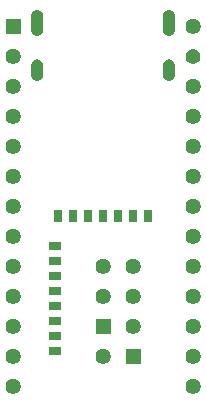
<source format=gbs>
G04 #@! TF.GenerationSoftware,KiCad,Pcbnew,(5.1.6)-1*
G04 #@! TF.CreationDate,2020-09-30T08:51:05+08:00*
G04 #@! TF.ProjectId,nrfmicro,6e72666d-6963-4726-9f2e-6b696361645f,rev?*
G04 #@! TF.SameCoordinates,Original*
G04 #@! TF.FileFunction,Soldermask,Bot*
G04 #@! TF.FilePolarity,Negative*
%FSLAX46Y46*%
G04 Gerber Fmt 4.6, Leading zero omitted, Abs format (unit mm)*
G04 Created by KiCad (PCBNEW (5.1.6)-1) date 2020-09-30 08:51:05*
%MOMM*%
%LPD*%
G01*
G04 APERTURE LIST*
%ADD10C,0.100000*%
G04 APERTURE END LIST*
D10*
G36*
X35526823Y-49869403D02*
G01*
X35584604Y-49893337D01*
X35642386Y-49917271D01*
X35746386Y-49986761D01*
X35834839Y-50075214D01*
X35904329Y-50179214D01*
X35952197Y-50294778D01*
X35976600Y-50417459D01*
X35976600Y-50542541D01*
X35952197Y-50665222D01*
X35904329Y-50780786D01*
X35834839Y-50884786D01*
X35746386Y-50973239D01*
X35642386Y-51042729D01*
X35584604Y-51066663D01*
X35526823Y-51090597D01*
X35404142Y-51115000D01*
X35279058Y-51115000D01*
X35156377Y-51090597D01*
X35098596Y-51066663D01*
X35040814Y-51042729D01*
X34936814Y-50973239D01*
X34848361Y-50884786D01*
X34778871Y-50780786D01*
X34731003Y-50665222D01*
X34706600Y-50542541D01*
X34706600Y-50417459D01*
X34731003Y-50294778D01*
X34778871Y-50179214D01*
X34848361Y-50075214D01*
X34936814Y-49986761D01*
X35040814Y-49917271D01*
X35098596Y-49893337D01*
X35156377Y-49869403D01*
X35279058Y-49845000D01*
X35404142Y-49845000D01*
X35526823Y-49869403D01*
G37*
G36*
X20286823Y-49869403D02*
G01*
X20344604Y-49893337D01*
X20402386Y-49917271D01*
X20506386Y-49986761D01*
X20594839Y-50075214D01*
X20664329Y-50179214D01*
X20712197Y-50294778D01*
X20736600Y-50417459D01*
X20736600Y-50542541D01*
X20712197Y-50665222D01*
X20664329Y-50780786D01*
X20594839Y-50884786D01*
X20506386Y-50973239D01*
X20402386Y-51042729D01*
X20344604Y-51066663D01*
X20286823Y-51090597D01*
X20164142Y-51115000D01*
X20039058Y-51115000D01*
X19916377Y-51090597D01*
X19858596Y-51066663D01*
X19800814Y-51042729D01*
X19696814Y-50973239D01*
X19608361Y-50884786D01*
X19538871Y-50780786D01*
X19491003Y-50665222D01*
X19466600Y-50542541D01*
X19466600Y-50417459D01*
X19491003Y-50294778D01*
X19538871Y-50179214D01*
X19608361Y-50075214D01*
X19696814Y-49986761D01*
X19800814Y-49917271D01*
X19858596Y-49893337D01*
X19916377Y-49869403D01*
X20039058Y-49845000D01*
X20164142Y-49845000D01*
X20286823Y-49869403D01*
G37*
G36*
X27906823Y-47329403D02*
G01*
X27964604Y-47353337D01*
X28022386Y-47377271D01*
X28126386Y-47446761D01*
X28214839Y-47535214D01*
X28284329Y-47639214D01*
X28332197Y-47754778D01*
X28356600Y-47877459D01*
X28356600Y-48002541D01*
X28332197Y-48125222D01*
X28284329Y-48240786D01*
X28214839Y-48344786D01*
X28126386Y-48433239D01*
X28022386Y-48502729D01*
X27964604Y-48526663D01*
X27906823Y-48550597D01*
X27784142Y-48575000D01*
X27659058Y-48575000D01*
X27536377Y-48550597D01*
X27478596Y-48526663D01*
X27420814Y-48502729D01*
X27316814Y-48433239D01*
X27228361Y-48344786D01*
X27158871Y-48240786D01*
X27111003Y-48125222D01*
X27086600Y-48002541D01*
X27086600Y-47877459D01*
X27111003Y-47754778D01*
X27158871Y-47639214D01*
X27228361Y-47535214D01*
X27316814Y-47446761D01*
X27420814Y-47377271D01*
X27478596Y-47353337D01*
X27536377Y-47329403D01*
X27659058Y-47305000D01*
X27784142Y-47305000D01*
X27906823Y-47329403D01*
G37*
G36*
X30896600Y-48575000D02*
G01*
X29626600Y-48575000D01*
X29626600Y-47305000D01*
X30896600Y-47305000D01*
X30896600Y-48575000D01*
G37*
G36*
X35526823Y-47329403D02*
G01*
X35584604Y-47353337D01*
X35642386Y-47377271D01*
X35746386Y-47446761D01*
X35834839Y-47535214D01*
X35904329Y-47639214D01*
X35952197Y-47754778D01*
X35976600Y-47877459D01*
X35976600Y-48002541D01*
X35952197Y-48125222D01*
X35904329Y-48240786D01*
X35834839Y-48344786D01*
X35746386Y-48433239D01*
X35642386Y-48502729D01*
X35584604Y-48526663D01*
X35526823Y-48550597D01*
X35404142Y-48575000D01*
X35279058Y-48575000D01*
X35156377Y-48550597D01*
X35098596Y-48526663D01*
X35040814Y-48502729D01*
X34936814Y-48433239D01*
X34848361Y-48344786D01*
X34778871Y-48240786D01*
X34731003Y-48125222D01*
X34706600Y-48002541D01*
X34706600Y-47877459D01*
X34731003Y-47754778D01*
X34778871Y-47639214D01*
X34848361Y-47535214D01*
X34936814Y-47446761D01*
X35040814Y-47377271D01*
X35098596Y-47353337D01*
X35156377Y-47329403D01*
X35279058Y-47305000D01*
X35404142Y-47305000D01*
X35526823Y-47329403D01*
G37*
G36*
X20286823Y-47329403D02*
G01*
X20344604Y-47353337D01*
X20402386Y-47377271D01*
X20506386Y-47446761D01*
X20594839Y-47535214D01*
X20664329Y-47639214D01*
X20712197Y-47754778D01*
X20736600Y-47877459D01*
X20736600Y-48002541D01*
X20712197Y-48125222D01*
X20664329Y-48240786D01*
X20594839Y-48344786D01*
X20506386Y-48433239D01*
X20402386Y-48502729D01*
X20344604Y-48526663D01*
X20286823Y-48550597D01*
X20164142Y-48575000D01*
X20039058Y-48575000D01*
X19916377Y-48550597D01*
X19858596Y-48526663D01*
X19800814Y-48502729D01*
X19696814Y-48433239D01*
X19608361Y-48344786D01*
X19538871Y-48240786D01*
X19491003Y-48125222D01*
X19466600Y-48002541D01*
X19466600Y-47877459D01*
X19491003Y-47754778D01*
X19538871Y-47639214D01*
X19608361Y-47535214D01*
X19696814Y-47446761D01*
X19800814Y-47377271D01*
X19858596Y-47353337D01*
X19916377Y-47329403D01*
X20039058Y-47305000D01*
X20164142Y-47305000D01*
X20286823Y-47329403D01*
G37*
G36*
X24179000Y-47817000D02*
G01*
X23179000Y-47817000D01*
X23179000Y-47167000D01*
X24179000Y-47167000D01*
X24179000Y-47817000D01*
G37*
G36*
X24179000Y-46547000D02*
G01*
X23179000Y-46547000D01*
X23179000Y-45897000D01*
X24179000Y-45897000D01*
X24179000Y-46547000D01*
G37*
G36*
X20286823Y-44789403D02*
G01*
X20344604Y-44813337D01*
X20402386Y-44837271D01*
X20506386Y-44906761D01*
X20594839Y-44995214D01*
X20664329Y-45099214D01*
X20712197Y-45214778D01*
X20736600Y-45337459D01*
X20736600Y-45462541D01*
X20712197Y-45585222D01*
X20664329Y-45700786D01*
X20594839Y-45804786D01*
X20506386Y-45893239D01*
X20402386Y-45962729D01*
X20344604Y-45986663D01*
X20286823Y-46010597D01*
X20164142Y-46035000D01*
X20039058Y-46035000D01*
X19916377Y-46010597D01*
X19858596Y-45986663D01*
X19800814Y-45962729D01*
X19696814Y-45893239D01*
X19608361Y-45804786D01*
X19538871Y-45700786D01*
X19491003Y-45585222D01*
X19466600Y-45462541D01*
X19466600Y-45337459D01*
X19491003Y-45214778D01*
X19538871Y-45099214D01*
X19608361Y-44995214D01*
X19696814Y-44906761D01*
X19800814Y-44837271D01*
X19858596Y-44813337D01*
X19916377Y-44789403D01*
X20039058Y-44765000D01*
X20164142Y-44765000D01*
X20286823Y-44789403D01*
G37*
G36*
X28356600Y-46035000D02*
G01*
X27086600Y-46035000D01*
X27086600Y-44765000D01*
X28356600Y-44765000D01*
X28356600Y-46035000D01*
G37*
G36*
X30446823Y-44789403D02*
G01*
X30504604Y-44813337D01*
X30562386Y-44837271D01*
X30666386Y-44906761D01*
X30754839Y-44995214D01*
X30824329Y-45099214D01*
X30872197Y-45214778D01*
X30896600Y-45337459D01*
X30896600Y-45462541D01*
X30872197Y-45585222D01*
X30824329Y-45700786D01*
X30754839Y-45804786D01*
X30666386Y-45893239D01*
X30562386Y-45962729D01*
X30504604Y-45986663D01*
X30446823Y-46010597D01*
X30324142Y-46035000D01*
X30199058Y-46035000D01*
X30076377Y-46010597D01*
X30018596Y-45986663D01*
X29960814Y-45962729D01*
X29856814Y-45893239D01*
X29768361Y-45804786D01*
X29698871Y-45700786D01*
X29651003Y-45585222D01*
X29626600Y-45462541D01*
X29626600Y-45337459D01*
X29651003Y-45214778D01*
X29698871Y-45099214D01*
X29768361Y-44995214D01*
X29856814Y-44906761D01*
X29960814Y-44837271D01*
X30018596Y-44813337D01*
X30076377Y-44789403D01*
X30199058Y-44765000D01*
X30324142Y-44765000D01*
X30446823Y-44789403D01*
G37*
G36*
X35526823Y-44789403D02*
G01*
X35584604Y-44813337D01*
X35642386Y-44837271D01*
X35746386Y-44906761D01*
X35834839Y-44995214D01*
X35904329Y-45099214D01*
X35952197Y-45214778D01*
X35976600Y-45337459D01*
X35976600Y-45462541D01*
X35952197Y-45585222D01*
X35904329Y-45700786D01*
X35834839Y-45804786D01*
X35746386Y-45893239D01*
X35642386Y-45962729D01*
X35584604Y-45986663D01*
X35526823Y-46010597D01*
X35404142Y-46035000D01*
X35279058Y-46035000D01*
X35156377Y-46010597D01*
X35098596Y-45986663D01*
X35040814Y-45962729D01*
X34936814Y-45893239D01*
X34848361Y-45804786D01*
X34778871Y-45700786D01*
X34731003Y-45585222D01*
X34706600Y-45462541D01*
X34706600Y-45337459D01*
X34731003Y-45214778D01*
X34778871Y-45099214D01*
X34848361Y-44995214D01*
X34936814Y-44906761D01*
X35040814Y-44837271D01*
X35098596Y-44813337D01*
X35156377Y-44789403D01*
X35279058Y-44765000D01*
X35404142Y-44765000D01*
X35526823Y-44789403D01*
G37*
G36*
X24179000Y-45277000D02*
G01*
X23179000Y-45277000D01*
X23179000Y-44627000D01*
X24179000Y-44627000D01*
X24179000Y-45277000D01*
G37*
G36*
X24179000Y-44007000D02*
G01*
X23179000Y-44007000D01*
X23179000Y-43357000D01*
X24179000Y-43357000D01*
X24179000Y-44007000D01*
G37*
G36*
X20286823Y-42249403D02*
G01*
X20344604Y-42273337D01*
X20402386Y-42297271D01*
X20506386Y-42366761D01*
X20594839Y-42455214D01*
X20664329Y-42559214D01*
X20712197Y-42674778D01*
X20736600Y-42797459D01*
X20736600Y-42922541D01*
X20712197Y-43045222D01*
X20664329Y-43160786D01*
X20594839Y-43264786D01*
X20506386Y-43353239D01*
X20402386Y-43422729D01*
X20344604Y-43446663D01*
X20286823Y-43470597D01*
X20164142Y-43495000D01*
X20039058Y-43495000D01*
X19916377Y-43470597D01*
X19858596Y-43446663D01*
X19800814Y-43422729D01*
X19696814Y-43353239D01*
X19608361Y-43264786D01*
X19538871Y-43160786D01*
X19491003Y-43045222D01*
X19466600Y-42922541D01*
X19466600Y-42797459D01*
X19491003Y-42674778D01*
X19538871Y-42559214D01*
X19608361Y-42455214D01*
X19696814Y-42366761D01*
X19800814Y-42297271D01*
X19858596Y-42273337D01*
X19916377Y-42249403D01*
X20039058Y-42225000D01*
X20164142Y-42225000D01*
X20286823Y-42249403D01*
G37*
G36*
X30446823Y-42249403D02*
G01*
X30504604Y-42273337D01*
X30562386Y-42297271D01*
X30666386Y-42366761D01*
X30754839Y-42455214D01*
X30824329Y-42559214D01*
X30872197Y-42674778D01*
X30896600Y-42797459D01*
X30896600Y-42922541D01*
X30872197Y-43045222D01*
X30824329Y-43160786D01*
X30754839Y-43264786D01*
X30666386Y-43353239D01*
X30562386Y-43422729D01*
X30504604Y-43446663D01*
X30446823Y-43470597D01*
X30324142Y-43495000D01*
X30199058Y-43495000D01*
X30076377Y-43470597D01*
X30018596Y-43446663D01*
X29960814Y-43422729D01*
X29856814Y-43353239D01*
X29768361Y-43264786D01*
X29698871Y-43160786D01*
X29651003Y-43045222D01*
X29626600Y-42922541D01*
X29626600Y-42797459D01*
X29651003Y-42674778D01*
X29698871Y-42559214D01*
X29768361Y-42455214D01*
X29856814Y-42366761D01*
X29960814Y-42297271D01*
X30018596Y-42273337D01*
X30076377Y-42249403D01*
X30199058Y-42225000D01*
X30324142Y-42225000D01*
X30446823Y-42249403D01*
G37*
G36*
X27906823Y-42249403D02*
G01*
X27964604Y-42273337D01*
X28022386Y-42297271D01*
X28126386Y-42366761D01*
X28214839Y-42455214D01*
X28284329Y-42559214D01*
X28332197Y-42674778D01*
X28356600Y-42797459D01*
X28356600Y-42922541D01*
X28332197Y-43045222D01*
X28284329Y-43160786D01*
X28214839Y-43264786D01*
X28126386Y-43353239D01*
X28022386Y-43422729D01*
X27964604Y-43446663D01*
X27906823Y-43470597D01*
X27784142Y-43495000D01*
X27659058Y-43495000D01*
X27536377Y-43470597D01*
X27478596Y-43446663D01*
X27420814Y-43422729D01*
X27316814Y-43353239D01*
X27228361Y-43264786D01*
X27158871Y-43160786D01*
X27111003Y-43045222D01*
X27086600Y-42922541D01*
X27086600Y-42797459D01*
X27111003Y-42674778D01*
X27158871Y-42559214D01*
X27228361Y-42455214D01*
X27316814Y-42366761D01*
X27420814Y-42297271D01*
X27478596Y-42273337D01*
X27536377Y-42249403D01*
X27659058Y-42225000D01*
X27784142Y-42225000D01*
X27906823Y-42249403D01*
G37*
G36*
X35526823Y-42249403D02*
G01*
X35584604Y-42273337D01*
X35642386Y-42297271D01*
X35746386Y-42366761D01*
X35834839Y-42455214D01*
X35904329Y-42559214D01*
X35952197Y-42674778D01*
X35976600Y-42797459D01*
X35976600Y-42922541D01*
X35952197Y-43045222D01*
X35904329Y-43160786D01*
X35834839Y-43264786D01*
X35746386Y-43353239D01*
X35642386Y-43422729D01*
X35584604Y-43446663D01*
X35526823Y-43470597D01*
X35404142Y-43495000D01*
X35279058Y-43495000D01*
X35156377Y-43470597D01*
X35098596Y-43446663D01*
X35040814Y-43422729D01*
X34936814Y-43353239D01*
X34848361Y-43264786D01*
X34778871Y-43160786D01*
X34731003Y-43045222D01*
X34706600Y-42922541D01*
X34706600Y-42797459D01*
X34731003Y-42674778D01*
X34778871Y-42559214D01*
X34848361Y-42455214D01*
X34936814Y-42366761D01*
X35040814Y-42297271D01*
X35098596Y-42273337D01*
X35156377Y-42249403D01*
X35279058Y-42225000D01*
X35404142Y-42225000D01*
X35526823Y-42249403D01*
G37*
G36*
X24179000Y-42737000D02*
G01*
X23179000Y-42737000D01*
X23179000Y-42087000D01*
X24179000Y-42087000D01*
X24179000Y-42737000D01*
G37*
G36*
X24179000Y-41467000D02*
G01*
X23179000Y-41467000D01*
X23179000Y-40817000D01*
X24179000Y-40817000D01*
X24179000Y-41467000D01*
G37*
G36*
X27906823Y-39709403D02*
G01*
X27964604Y-39733337D01*
X28022386Y-39757271D01*
X28126386Y-39826761D01*
X28214839Y-39915214D01*
X28284329Y-40019214D01*
X28332197Y-40134778D01*
X28356600Y-40257459D01*
X28356600Y-40382541D01*
X28332197Y-40505222D01*
X28284329Y-40620786D01*
X28214839Y-40724786D01*
X28126386Y-40813239D01*
X28022386Y-40882729D01*
X27964604Y-40906663D01*
X27906823Y-40930597D01*
X27784142Y-40955000D01*
X27659058Y-40955000D01*
X27536377Y-40930597D01*
X27478596Y-40906663D01*
X27420814Y-40882729D01*
X27316814Y-40813239D01*
X27228361Y-40724786D01*
X27158871Y-40620786D01*
X27111003Y-40505222D01*
X27086600Y-40382541D01*
X27086600Y-40257459D01*
X27111003Y-40134778D01*
X27158871Y-40019214D01*
X27228361Y-39915214D01*
X27316814Y-39826761D01*
X27420814Y-39757271D01*
X27478596Y-39733337D01*
X27536377Y-39709403D01*
X27659058Y-39685000D01*
X27784142Y-39685000D01*
X27906823Y-39709403D01*
G37*
G36*
X30446823Y-39709403D02*
G01*
X30504604Y-39733337D01*
X30562386Y-39757271D01*
X30666386Y-39826761D01*
X30754839Y-39915214D01*
X30824329Y-40019214D01*
X30872197Y-40134778D01*
X30896600Y-40257459D01*
X30896600Y-40382541D01*
X30872197Y-40505222D01*
X30824329Y-40620786D01*
X30754839Y-40724786D01*
X30666386Y-40813239D01*
X30562386Y-40882729D01*
X30504604Y-40906663D01*
X30446823Y-40930597D01*
X30324142Y-40955000D01*
X30199058Y-40955000D01*
X30076377Y-40930597D01*
X30018596Y-40906663D01*
X29960814Y-40882729D01*
X29856814Y-40813239D01*
X29768361Y-40724786D01*
X29698871Y-40620786D01*
X29651003Y-40505222D01*
X29626600Y-40382541D01*
X29626600Y-40257459D01*
X29651003Y-40134778D01*
X29698871Y-40019214D01*
X29768361Y-39915214D01*
X29856814Y-39826761D01*
X29960814Y-39757271D01*
X30018596Y-39733337D01*
X30076377Y-39709403D01*
X30199058Y-39685000D01*
X30324142Y-39685000D01*
X30446823Y-39709403D01*
G37*
G36*
X35526823Y-39709403D02*
G01*
X35584604Y-39733337D01*
X35642386Y-39757271D01*
X35746386Y-39826761D01*
X35834839Y-39915214D01*
X35904329Y-40019214D01*
X35952197Y-40134778D01*
X35976600Y-40257459D01*
X35976600Y-40382541D01*
X35952197Y-40505222D01*
X35904329Y-40620786D01*
X35834839Y-40724786D01*
X35746386Y-40813239D01*
X35642386Y-40882729D01*
X35584604Y-40906663D01*
X35526823Y-40930597D01*
X35404142Y-40955000D01*
X35279058Y-40955000D01*
X35156377Y-40930597D01*
X35098596Y-40906663D01*
X35040814Y-40882729D01*
X34936814Y-40813239D01*
X34848361Y-40724786D01*
X34778871Y-40620786D01*
X34731003Y-40505222D01*
X34706600Y-40382541D01*
X34706600Y-40257459D01*
X34731003Y-40134778D01*
X34778871Y-40019214D01*
X34848361Y-39915214D01*
X34936814Y-39826761D01*
X35040814Y-39757271D01*
X35098596Y-39733337D01*
X35156377Y-39709403D01*
X35279058Y-39685000D01*
X35404142Y-39685000D01*
X35526823Y-39709403D01*
G37*
G36*
X20286823Y-39709403D02*
G01*
X20344604Y-39733337D01*
X20402386Y-39757271D01*
X20506386Y-39826761D01*
X20594839Y-39915214D01*
X20664329Y-40019214D01*
X20712197Y-40134778D01*
X20736600Y-40257459D01*
X20736600Y-40382541D01*
X20712197Y-40505222D01*
X20664329Y-40620786D01*
X20594839Y-40724786D01*
X20506386Y-40813239D01*
X20402386Y-40882729D01*
X20344604Y-40906663D01*
X20286823Y-40930597D01*
X20164142Y-40955000D01*
X20039058Y-40955000D01*
X19916377Y-40930597D01*
X19858596Y-40906663D01*
X19800814Y-40882729D01*
X19696814Y-40813239D01*
X19608361Y-40724786D01*
X19538871Y-40620786D01*
X19491003Y-40505222D01*
X19466600Y-40382541D01*
X19466600Y-40257459D01*
X19491003Y-40134778D01*
X19538871Y-40019214D01*
X19608361Y-39915214D01*
X19696814Y-39826761D01*
X19800814Y-39757271D01*
X19858596Y-39733337D01*
X19916377Y-39709403D01*
X20039058Y-39685000D01*
X20164142Y-39685000D01*
X20286823Y-39709403D01*
G37*
G36*
X24179000Y-40197000D02*
G01*
X23179000Y-40197000D01*
X23179000Y-39547000D01*
X24179000Y-39547000D01*
X24179000Y-40197000D01*
G37*
G36*
X24179000Y-38927000D02*
G01*
X23179000Y-38927000D01*
X23179000Y-38277000D01*
X24179000Y-38277000D01*
X24179000Y-38927000D01*
G37*
G36*
X35526823Y-37169403D02*
G01*
X35584604Y-37193337D01*
X35642386Y-37217271D01*
X35746386Y-37286761D01*
X35834839Y-37375214D01*
X35904329Y-37479214D01*
X35952197Y-37594778D01*
X35976600Y-37717459D01*
X35976600Y-37842541D01*
X35952197Y-37965222D01*
X35904329Y-38080786D01*
X35834839Y-38184786D01*
X35746386Y-38273239D01*
X35642386Y-38342729D01*
X35584604Y-38366663D01*
X35526823Y-38390597D01*
X35404142Y-38415000D01*
X35279058Y-38415000D01*
X35156377Y-38390597D01*
X35098596Y-38366663D01*
X35040814Y-38342729D01*
X34936814Y-38273239D01*
X34848361Y-38184786D01*
X34778871Y-38080786D01*
X34731003Y-37965222D01*
X34706600Y-37842541D01*
X34706600Y-37717459D01*
X34731003Y-37594778D01*
X34778871Y-37479214D01*
X34848361Y-37375214D01*
X34936814Y-37286761D01*
X35040814Y-37217271D01*
X35098596Y-37193337D01*
X35156377Y-37169403D01*
X35279058Y-37145000D01*
X35404142Y-37145000D01*
X35526823Y-37169403D01*
G37*
G36*
X20286823Y-37169403D02*
G01*
X20344604Y-37193337D01*
X20402386Y-37217271D01*
X20506386Y-37286761D01*
X20594839Y-37375214D01*
X20664329Y-37479214D01*
X20712197Y-37594778D01*
X20736600Y-37717459D01*
X20736600Y-37842541D01*
X20712197Y-37965222D01*
X20664329Y-38080786D01*
X20594839Y-38184786D01*
X20506386Y-38273239D01*
X20402386Y-38342729D01*
X20344604Y-38366663D01*
X20286823Y-38390597D01*
X20164142Y-38415000D01*
X20039058Y-38415000D01*
X19916377Y-38390597D01*
X19858596Y-38366663D01*
X19800814Y-38342729D01*
X19696814Y-38273239D01*
X19608361Y-38184786D01*
X19538871Y-38080786D01*
X19491003Y-37965222D01*
X19466600Y-37842541D01*
X19466600Y-37717459D01*
X19491003Y-37594778D01*
X19538871Y-37479214D01*
X19608361Y-37375214D01*
X19696814Y-37286761D01*
X19800814Y-37217271D01*
X19858596Y-37193337D01*
X19916377Y-37169403D01*
X20039058Y-37145000D01*
X20164142Y-37145000D01*
X20286823Y-37169403D01*
G37*
G36*
X26798000Y-36562000D02*
G01*
X26148000Y-36562000D01*
X26148000Y-35562000D01*
X26798000Y-35562000D01*
X26798000Y-36562000D01*
G37*
G36*
X31878000Y-36562000D02*
G01*
X31228000Y-36562000D01*
X31228000Y-35562000D01*
X31878000Y-35562000D01*
X31878000Y-36562000D01*
G37*
G36*
X25528000Y-36562000D02*
G01*
X24878000Y-36562000D01*
X24878000Y-35562000D01*
X25528000Y-35562000D01*
X25528000Y-36562000D01*
G37*
G36*
X24258000Y-36562000D02*
G01*
X23608000Y-36562000D01*
X23608000Y-35562000D01*
X24258000Y-35562000D01*
X24258000Y-36562000D01*
G37*
G36*
X30608000Y-36562000D02*
G01*
X29958000Y-36562000D01*
X29958000Y-35562000D01*
X30608000Y-35562000D01*
X30608000Y-36562000D01*
G37*
G36*
X28068000Y-36562000D02*
G01*
X27418000Y-36562000D01*
X27418000Y-35562000D01*
X28068000Y-35562000D01*
X28068000Y-36562000D01*
G37*
G36*
X29338000Y-36562000D02*
G01*
X28688000Y-36562000D01*
X28688000Y-35562000D01*
X29338000Y-35562000D01*
X29338000Y-36562000D01*
G37*
G36*
X35526823Y-34629403D02*
G01*
X35584604Y-34653337D01*
X35642386Y-34677271D01*
X35746386Y-34746761D01*
X35834839Y-34835214D01*
X35904329Y-34939214D01*
X35952197Y-35054778D01*
X35976600Y-35177459D01*
X35976600Y-35302541D01*
X35952197Y-35425222D01*
X35904329Y-35540786D01*
X35834839Y-35644786D01*
X35746386Y-35733239D01*
X35642386Y-35802729D01*
X35584604Y-35826663D01*
X35526823Y-35850597D01*
X35404142Y-35875000D01*
X35279058Y-35875000D01*
X35156377Y-35850597D01*
X35098596Y-35826663D01*
X35040814Y-35802729D01*
X34936814Y-35733239D01*
X34848361Y-35644786D01*
X34778871Y-35540786D01*
X34731003Y-35425222D01*
X34706600Y-35302541D01*
X34706600Y-35177459D01*
X34731003Y-35054778D01*
X34778871Y-34939214D01*
X34848361Y-34835214D01*
X34936814Y-34746761D01*
X35040814Y-34677271D01*
X35098596Y-34653337D01*
X35156377Y-34629403D01*
X35279058Y-34605000D01*
X35404142Y-34605000D01*
X35526823Y-34629403D01*
G37*
G36*
X20286823Y-34629403D02*
G01*
X20344604Y-34653337D01*
X20402386Y-34677271D01*
X20506386Y-34746761D01*
X20594839Y-34835214D01*
X20664329Y-34939214D01*
X20712197Y-35054778D01*
X20736600Y-35177459D01*
X20736600Y-35302541D01*
X20712197Y-35425222D01*
X20664329Y-35540786D01*
X20594839Y-35644786D01*
X20506386Y-35733239D01*
X20402386Y-35802729D01*
X20344604Y-35826663D01*
X20286823Y-35850597D01*
X20164142Y-35875000D01*
X20039058Y-35875000D01*
X19916377Y-35850597D01*
X19858596Y-35826663D01*
X19800814Y-35802729D01*
X19696814Y-35733239D01*
X19608361Y-35644786D01*
X19538871Y-35540786D01*
X19491003Y-35425222D01*
X19466600Y-35302541D01*
X19466600Y-35177459D01*
X19491003Y-35054778D01*
X19538871Y-34939214D01*
X19608361Y-34835214D01*
X19696814Y-34746761D01*
X19800814Y-34677271D01*
X19858596Y-34653337D01*
X19916377Y-34629403D01*
X20039058Y-34605000D01*
X20164142Y-34605000D01*
X20286823Y-34629403D01*
G37*
G36*
X20286823Y-32089403D02*
G01*
X20344604Y-32113337D01*
X20402386Y-32137271D01*
X20506386Y-32206761D01*
X20594839Y-32295214D01*
X20664329Y-32399214D01*
X20712197Y-32514778D01*
X20736600Y-32637459D01*
X20736600Y-32762541D01*
X20712197Y-32885222D01*
X20664329Y-33000786D01*
X20594839Y-33104786D01*
X20506386Y-33193239D01*
X20402386Y-33262729D01*
X20344604Y-33286663D01*
X20286823Y-33310597D01*
X20164142Y-33335000D01*
X20039058Y-33335000D01*
X19916377Y-33310597D01*
X19858596Y-33286663D01*
X19800814Y-33262729D01*
X19696814Y-33193239D01*
X19608361Y-33104786D01*
X19538871Y-33000786D01*
X19491003Y-32885222D01*
X19466600Y-32762541D01*
X19466600Y-32637459D01*
X19491003Y-32514778D01*
X19538871Y-32399214D01*
X19608361Y-32295214D01*
X19696814Y-32206761D01*
X19800814Y-32137271D01*
X19858596Y-32113337D01*
X19916377Y-32089403D01*
X20039058Y-32065000D01*
X20164142Y-32065000D01*
X20286823Y-32089403D01*
G37*
G36*
X35526823Y-32089403D02*
G01*
X35584604Y-32113337D01*
X35642386Y-32137271D01*
X35746386Y-32206761D01*
X35834839Y-32295214D01*
X35904329Y-32399214D01*
X35952197Y-32514778D01*
X35976600Y-32637459D01*
X35976600Y-32762541D01*
X35952197Y-32885222D01*
X35904329Y-33000786D01*
X35834839Y-33104786D01*
X35746386Y-33193239D01*
X35642386Y-33262729D01*
X35584604Y-33286663D01*
X35526823Y-33310597D01*
X35404142Y-33335000D01*
X35279058Y-33335000D01*
X35156377Y-33310597D01*
X35098596Y-33286663D01*
X35040814Y-33262729D01*
X34936814Y-33193239D01*
X34848361Y-33104786D01*
X34778871Y-33000786D01*
X34731003Y-32885222D01*
X34706600Y-32762541D01*
X34706600Y-32637459D01*
X34731003Y-32514778D01*
X34778871Y-32399214D01*
X34848361Y-32295214D01*
X34936814Y-32206761D01*
X35040814Y-32137271D01*
X35098596Y-32113337D01*
X35156377Y-32089403D01*
X35279058Y-32065000D01*
X35404142Y-32065000D01*
X35526823Y-32089403D01*
G37*
G36*
X35526823Y-29549403D02*
G01*
X35584604Y-29573337D01*
X35642386Y-29597271D01*
X35746386Y-29666761D01*
X35834839Y-29755214D01*
X35904329Y-29859214D01*
X35952197Y-29974778D01*
X35976600Y-30097459D01*
X35976600Y-30222541D01*
X35952197Y-30345222D01*
X35904329Y-30460786D01*
X35834839Y-30564786D01*
X35746386Y-30653239D01*
X35642386Y-30722729D01*
X35584604Y-30746663D01*
X35526823Y-30770597D01*
X35404142Y-30795000D01*
X35279058Y-30795000D01*
X35156377Y-30770597D01*
X35098596Y-30746663D01*
X35040814Y-30722729D01*
X34936814Y-30653239D01*
X34848361Y-30564786D01*
X34778871Y-30460786D01*
X34731003Y-30345222D01*
X34706600Y-30222541D01*
X34706600Y-30097459D01*
X34731003Y-29974778D01*
X34778871Y-29859214D01*
X34848361Y-29755214D01*
X34936814Y-29666761D01*
X35040814Y-29597271D01*
X35098596Y-29573337D01*
X35156377Y-29549403D01*
X35279058Y-29525000D01*
X35404142Y-29525000D01*
X35526823Y-29549403D01*
G37*
G36*
X20286823Y-29549403D02*
G01*
X20344604Y-29573337D01*
X20402386Y-29597271D01*
X20506386Y-29666761D01*
X20594839Y-29755214D01*
X20664329Y-29859214D01*
X20712197Y-29974778D01*
X20736600Y-30097459D01*
X20736600Y-30222541D01*
X20712197Y-30345222D01*
X20664329Y-30460786D01*
X20594839Y-30564786D01*
X20506386Y-30653239D01*
X20402386Y-30722729D01*
X20344604Y-30746663D01*
X20286823Y-30770597D01*
X20164142Y-30795000D01*
X20039058Y-30795000D01*
X19916377Y-30770597D01*
X19858596Y-30746663D01*
X19800814Y-30722729D01*
X19696814Y-30653239D01*
X19608361Y-30564786D01*
X19538871Y-30460786D01*
X19491003Y-30345222D01*
X19466600Y-30222541D01*
X19466600Y-30097459D01*
X19491003Y-29974778D01*
X19538871Y-29859214D01*
X19608361Y-29755214D01*
X19696814Y-29666761D01*
X19800814Y-29597271D01*
X19858596Y-29573337D01*
X19916377Y-29549403D01*
X20039058Y-29525000D01*
X20164142Y-29525000D01*
X20286823Y-29549403D01*
G37*
G36*
X20286823Y-27009403D02*
G01*
X20344604Y-27033337D01*
X20402386Y-27057271D01*
X20506386Y-27126761D01*
X20594839Y-27215214D01*
X20664329Y-27319214D01*
X20712197Y-27434778D01*
X20736600Y-27557459D01*
X20736600Y-27682541D01*
X20712197Y-27805222D01*
X20664329Y-27920786D01*
X20594839Y-28024786D01*
X20506386Y-28113239D01*
X20402386Y-28182729D01*
X20344604Y-28206663D01*
X20286823Y-28230597D01*
X20164142Y-28255000D01*
X20039058Y-28255000D01*
X19916377Y-28230597D01*
X19858596Y-28206663D01*
X19800814Y-28182729D01*
X19696814Y-28113239D01*
X19608361Y-28024786D01*
X19538871Y-27920786D01*
X19491003Y-27805222D01*
X19466600Y-27682541D01*
X19466600Y-27557459D01*
X19491003Y-27434778D01*
X19538871Y-27319214D01*
X19608361Y-27215214D01*
X19696814Y-27126761D01*
X19800814Y-27057271D01*
X19858596Y-27033337D01*
X19916377Y-27009403D01*
X20039058Y-26985000D01*
X20164142Y-26985000D01*
X20286823Y-27009403D01*
G37*
G36*
X35526823Y-27009403D02*
G01*
X35584604Y-27033337D01*
X35642386Y-27057271D01*
X35746386Y-27126761D01*
X35834839Y-27215214D01*
X35904329Y-27319214D01*
X35952197Y-27434778D01*
X35976600Y-27557459D01*
X35976600Y-27682541D01*
X35952197Y-27805222D01*
X35904329Y-27920786D01*
X35834839Y-28024786D01*
X35746386Y-28113239D01*
X35642386Y-28182729D01*
X35584604Y-28206663D01*
X35526823Y-28230597D01*
X35404142Y-28255000D01*
X35279058Y-28255000D01*
X35156377Y-28230597D01*
X35098596Y-28206663D01*
X35040814Y-28182729D01*
X34936814Y-28113239D01*
X34848361Y-28024786D01*
X34778871Y-27920786D01*
X34731003Y-27805222D01*
X34706600Y-27682541D01*
X34706600Y-27557459D01*
X34731003Y-27434778D01*
X34778871Y-27319214D01*
X34848361Y-27215214D01*
X34936814Y-27126761D01*
X35040814Y-27057271D01*
X35098596Y-27033337D01*
X35156377Y-27009403D01*
X35279058Y-26985000D01*
X35404142Y-26985000D01*
X35526823Y-27009403D01*
G37*
G36*
X35526823Y-24469403D02*
G01*
X35584604Y-24493337D01*
X35642386Y-24517271D01*
X35746386Y-24586761D01*
X35834839Y-24675214D01*
X35904329Y-24779214D01*
X35952197Y-24894778D01*
X35976600Y-25017459D01*
X35976600Y-25142541D01*
X35952197Y-25265222D01*
X35904329Y-25380786D01*
X35834839Y-25484786D01*
X35746386Y-25573239D01*
X35642386Y-25642729D01*
X35584604Y-25666663D01*
X35526823Y-25690597D01*
X35404142Y-25715000D01*
X35279058Y-25715000D01*
X35156377Y-25690597D01*
X35098596Y-25666663D01*
X35040814Y-25642729D01*
X34936814Y-25573239D01*
X34848361Y-25484786D01*
X34778871Y-25380786D01*
X34731003Y-25265222D01*
X34706600Y-25142541D01*
X34706600Y-25017459D01*
X34731003Y-24894778D01*
X34778871Y-24779214D01*
X34848361Y-24675214D01*
X34936814Y-24586761D01*
X35040814Y-24517271D01*
X35098596Y-24493337D01*
X35156377Y-24469403D01*
X35279058Y-24445000D01*
X35404142Y-24445000D01*
X35526823Y-24469403D01*
G37*
G36*
X20286823Y-24469403D02*
G01*
X20344604Y-24493337D01*
X20402386Y-24517271D01*
X20506386Y-24586761D01*
X20594839Y-24675214D01*
X20664329Y-24779214D01*
X20712197Y-24894778D01*
X20736600Y-25017459D01*
X20736600Y-25142541D01*
X20712197Y-25265222D01*
X20664329Y-25380786D01*
X20594839Y-25484786D01*
X20506386Y-25573239D01*
X20402386Y-25642729D01*
X20344604Y-25666663D01*
X20286823Y-25690597D01*
X20164142Y-25715000D01*
X20039058Y-25715000D01*
X19916377Y-25690597D01*
X19858596Y-25666663D01*
X19800814Y-25642729D01*
X19696814Y-25573239D01*
X19608361Y-25484786D01*
X19538871Y-25380786D01*
X19491003Y-25265222D01*
X19466600Y-25142541D01*
X19466600Y-25017459D01*
X19491003Y-24894778D01*
X19538871Y-24779214D01*
X19608361Y-24675214D01*
X19696814Y-24586761D01*
X19800814Y-24517271D01*
X19858596Y-24493337D01*
X19916377Y-24469403D01*
X20039058Y-24445000D01*
X20164142Y-24445000D01*
X20286823Y-24469403D01*
G37*
G36*
X22244614Y-22807234D02*
G01*
X22338869Y-22835826D01*
X22416814Y-22877489D01*
X22425729Y-22882254D01*
X22501864Y-22944736D01*
X22501907Y-22944789D01*
X22564347Y-23020872D01*
X22610774Y-23107730D01*
X22639366Y-23201985D01*
X22646600Y-23275436D01*
X22646600Y-24124564D01*
X22639366Y-24198015D01*
X22610774Y-24292270D01*
X22564347Y-24379128D01*
X22501864Y-24455264D01*
X22425728Y-24517747D01*
X22338870Y-24564174D01*
X22244615Y-24592766D01*
X22146600Y-24602419D01*
X22048586Y-24592766D01*
X21954331Y-24564174D01*
X21867473Y-24517747D01*
X21791337Y-24455264D01*
X21728854Y-24379128D01*
X21682425Y-24292267D01*
X21653834Y-24198018D01*
X21646600Y-24124564D01*
X21646600Y-23275437D01*
X21653834Y-23201986D01*
X21682426Y-23107731D01*
X21728853Y-23020873D01*
X21728854Y-23020871D01*
X21791336Y-22944736D01*
X21867471Y-22882254D01*
X21867470Y-22882254D01*
X21867472Y-22882253D01*
X21954330Y-22835826D01*
X22048585Y-22807234D01*
X22146600Y-22797581D01*
X22244614Y-22807234D01*
G37*
G36*
X33394614Y-22807234D02*
G01*
X33488869Y-22835826D01*
X33566814Y-22877489D01*
X33575729Y-22882254D01*
X33651864Y-22944736D01*
X33651907Y-22944789D01*
X33714347Y-23020872D01*
X33760774Y-23107730D01*
X33789366Y-23201985D01*
X33796600Y-23275436D01*
X33796600Y-24124564D01*
X33789366Y-24198015D01*
X33760774Y-24292270D01*
X33714347Y-24379128D01*
X33651864Y-24455264D01*
X33575728Y-24517747D01*
X33488870Y-24564174D01*
X33394615Y-24592766D01*
X33296600Y-24602419D01*
X33198586Y-24592766D01*
X33104331Y-24564174D01*
X33017473Y-24517747D01*
X32941337Y-24455264D01*
X32878854Y-24379128D01*
X32832425Y-24292267D01*
X32803834Y-24198018D01*
X32796600Y-24124564D01*
X32796600Y-23275437D01*
X32803834Y-23201986D01*
X32832426Y-23107731D01*
X32878853Y-23020873D01*
X32878854Y-23020871D01*
X32941336Y-22944736D01*
X33017471Y-22882254D01*
X33017470Y-22882254D01*
X33017472Y-22882253D01*
X33104330Y-22835826D01*
X33198585Y-22807234D01*
X33296600Y-22797581D01*
X33394614Y-22807234D01*
G37*
G36*
X20286823Y-21929403D02*
G01*
X20344604Y-21953337D01*
X20402386Y-21977271D01*
X20506386Y-22046761D01*
X20594839Y-22135214D01*
X20664329Y-22239214D01*
X20712197Y-22354778D01*
X20736600Y-22477459D01*
X20736600Y-22602541D01*
X20712197Y-22725222D01*
X20664329Y-22840786D01*
X20594839Y-22944786D01*
X20506386Y-23033239D01*
X20402386Y-23102729D01*
X20344604Y-23126663D01*
X20286823Y-23150597D01*
X20164142Y-23175000D01*
X20039058Y-23175000D01*
X19916377Y-23150597D01*
X19858596Y-23126663D01*
X19800814Y-23102729D01*
X19696814Y-23033239D01*
X19608361Y-22944786D01*
X19538871Y-22840786D01*
X19491003Y-22725222D01*
X19466600Y-22602541D01*
X19466600Y-22477459D01*
X19491003Y-22354778D01*
X19538871Y-22239214D01*
X19608361Y-22135214D01*
X19696814Y-22046761D01*
X19800814Y-21977271D01*
X19858596Y-21953337D01*
X19916377Y-21929403D01*
X20039058Y-21905000D01*
X20164142Y-21905000D01*
X20286823Y-21929403D01*
G37*
G36*
X35523906Y-21939018D02*
G01*
X35637647Y-21986131D01*
X35740013Y-22054530D01*
X35827070Y-22141587D01*
X35895469Y-22243953D01*
X35942582Y-22357694D01*
X35966600Y-22478442D01*
X35966600Y-22601558D01*
X35942582Y-22722306D01*
X35895469Y-22836047D01*
X35827070Y-22938413D01*
X35740013Y-23025470D01*
X35637647Y-23093869D01*
X35523906Y-23140982D01*
X35403158Y-23165000D01*
X35280042Y-23165000D01*
X35159294Y-23140982D01*
X35045553Y-23093869D01*
X34943187Y-23025470D01*
X34856130Y-22938413D01*
X34787731Y-22836047D01*
X34740618Y-22722306D01*
X34716600Y-22601558D01*
X34716600Y-22478442D01*
X34740618Y-22357694D01*
X34787731Y-22243953D01*
X34856130Y-22141587D01*
X34943187Y-22054530D01*
X35045553Y-21986131D01*
X35159294Y-21939018D01*
X35280042Y-21915000D01*
X35403158Y-21915000D01*
X35523906Y-21939018D01*
G37*
G36*
X33394614Y-18607234D02*
G01*
X33488869Y-18635826D01*
X33566814Y-18677489D01*
X33575729Y-18682254D01*
X33651864Y-18744736D01*
X33703142Y-18807219D01*
X33714347Y-18820872D01*
X33760774Y-18907730D01*
X33789366Y-19001985D01*
X33796600Y-19075436D01*
X33796600Y-20324564D01*
X33789366Y-20398015D01*
X33760774Y-20492270D01*
X33714347Y-20579128D01*
X33651864Y-20655264D01*
X33575728Y-20717747D01*
X33488870Y-20764174D01*
X33394615Y-20792766D01*
X33296600Y-20802419D01*
X33198586Y-20792766D01*
X33104331Y-20764174D01*
X33017473Y-20717747D01*
X32941337Y-20655264D01*
X32878854Y-20579128D01*
X32832427Y-20492270D01*
X32803835Y-20398015D01*
X32796601Y-20324564D01*
X32796600Y-19075437D01*
X32803834Y-19001986D01*
X32832426Y-18907731D01*
X32878853Y-18820873D01*
X32878854Y-18820871D01*
X32941336Y-18744736D01*
X33017471Y-18682254D01*
X33017470Y-18682254D01*
X33017472Y-18682253D01*
X33104330Y-18635826D01*
X33198585Y-18607234D01*
X33296600Y-18597581D01*
X33394614Y-18607234D01*
G37*
G36*
X22244614Y-18607234D02*
G01*
X22338869Y-18635826D01*
X22416814Y-18677489D01*
X22425729Y-18682254D01*
X22501864Y-18744736D01*
X22553142Y-18807219D01*
X22564347Y-18820872D01*
X22610774Y-18907730D01*
X22639366Y-19001985D01*
X22646600Y-19075436D01*
X22646600Y-20324564D01*
X22639366Y-20398015D01*
X22610774Y-20492270D01*
X22564347Y-20579128D01*
X22501864Y-20655264D01*
X22425728Y-20717747D01*
X22338870Y-20764174D01*
X22244615Y-20792766D01*
X22146600Y-20802419D01*
X22048586Y-20792766D01*
X21954331Y-20764174D01*
X21867473Y-20717747D01*
X21791337Y-20655264D01*
X21728854Y-20579128D01*
X21682427Y-20492270D01*
X21653835Y-20398015D01*
X21646601Y-20324564D01*
X21646600Y-19075437D01*
X21653834Y-19001986D01*
X21682426Y-18907731D01*
X21728853Y-18820873D01*
X21728854Y-18820871D01*
X21791336Y-18744736D01*
X21867471Y-18682254D01*
X21867470Y-18682254D01*
X21867472Y-18682253D01*
X21954330Y-18635826D01*
X22048585Y-18607234D01*
X22146600Y-18597581D01*
X22244614Y-18607234D01*
G37*
G36*
X35526823Y-19389403D02*
G01*
X35584604Y-19413337D01*
X35642386Y-19437271D01*
X35746386Y-19506761D01*
X35834839Y-19595214D01*
X35904329Y-19699214D01*
X35952197Y-19814778D01*
X35976600Y-19937459D01*
X35976600Y-20062541D01*
X35952197Y-20185222D01*
X35904329Y-20300786D01*
X35834839Y-20404786D01*
X35746386Y-20493239D01*
X35642386Y-20562729D01*
X35584604Y-20586663D01*
X35526823Y-20610597D01*
X35404142Y-20635000D01*
X35279058Y-20635000D01*
X35156377Y-20610597D01*
X35098596Y-20586663D01*
X35040814Y-20562729D01*
X34936814Y-20493239D01*
X34848361Y-20404786D01*
X34778871Y-20300786D01*
X34731003Y-20185222D01*
X34706600Y-20062541D01*
X34706600Y-19937459D01*
X34731003Y-19814778D01*
X34778871Y-19699214D01*
X34848361Y-19595214D01*
X34936814Y-19506761D01*
X35040814Y-19437271D01*
X35098596Y-19413337D01*
X35156377Y-19389403D01*
X35279058Y-19365000D01*
X35404142Y-19365000D01*
X35526823Y-19389403D01*
G37*
G36*
X20736600Y-20635000D02*
G01*
X19466600Y-20635000D01*
X19466600Y-19365000D01*
X20736600Y-19365000D01*
X20736600Y-20635000D01*
G37*
M02*

</source>
